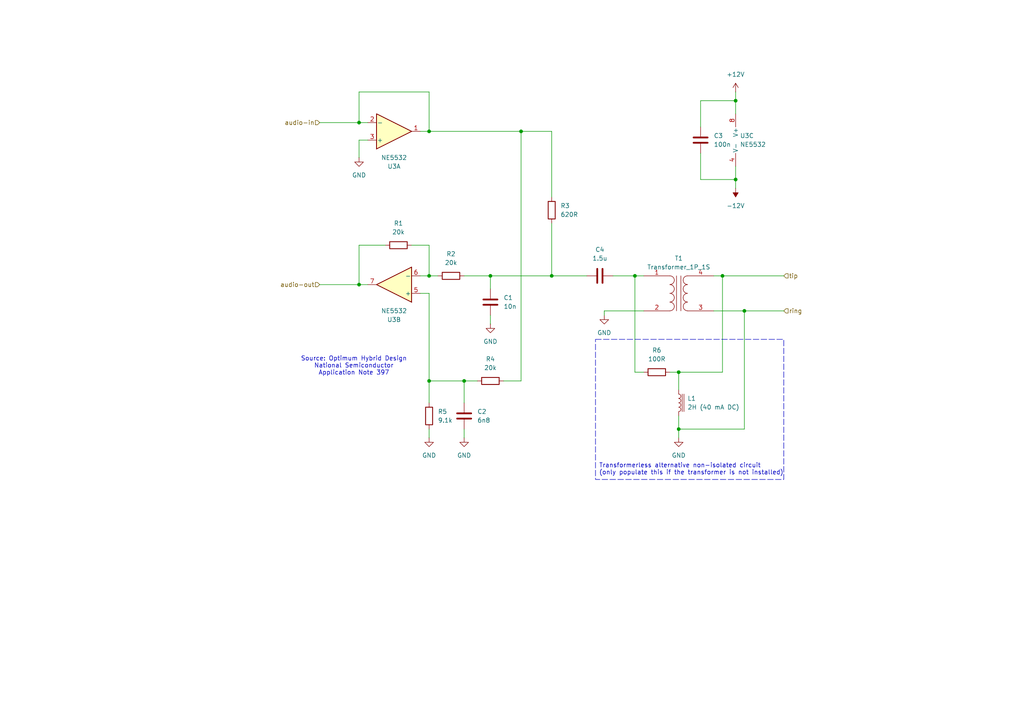
<source format=kicad_sch>
(kicad_sch (version 20231120) (generator "eeschema") (generator_version "8.0")
  (paper "A4")
  (title_block (date "2024-05-25") (company "Switchcraft AS") (comment 1 "Eirik Haustveit"))
  (lib_symbols
    (symbol "Amplifier_Operational:NE5532" (pin_names (offset 0.127))
      (property "Reference" "U" (at 0 5.08 0))
      (property "Value" "NE5532" (at 0 -5.08 0))
      (symbol "NE5532_1_1"
        (polyline (pts (xy -5.08 5.08) (xy 5.08 0) (xy -5.08 -5.08) (xy -5.08 5.08)) (stroke (width 0.254)) (fill (type background)))
        (pin output line (at 7.62 0 180) (length 2.54) (name "~") (number "1"))
        (pin input line (at -7.62 -2.54 0) (length 2.54) (name "-") (number "2"))
        (pin input line (at -7.62 2.54 0) (length 2.54) (name "+") (number "3"))
      )
      (symbol "NE5532_2_1"
        (polyline (pts (xy -5.08 5.08) (xy 5.08 0) (xy -5.08 -5.08) (xy -5.08 5.08)) (stroke (width 0.254)) (fill (type background)))
        (pin input line (at -7.62 2.54 0) (length 2.54) (name "+") (number "5"))
        (pin input line (at -7.62 -2.54 0) (length 2.54) (name "-") (number "6"))
        (pin output line (at 7.62 0 180) (length 2.54) (name "~") (number "7"))
      )
      (symbol "NE5532_3_1"
        (pin power_in line (at -2.54 -7.62 90) (length 3.81) (name "V-") (number "4"))
        (pin power_in line (at -2.54 7.62 270) (length 3.81) (name "V+") (number "8"))
      )
    )
    (symbol "Device:C" (pin_numbers hide) (pin_names (offset 0.254))
      (property "Reference" "C" (at 0.635 2.54 0))
      (property "Value" "C" (at 0.635 -2.54 0))
      (symbol "C_0_1"
        (polyline (pts (xy -2.032 -0.762) (xy 2.032 -0.762)) (stroke (width 0.508)))
        (polyline (pts (xy -2.032 0.762) (xy 2.032 0.762)) (stroke (width 0.508)))
      )
      (symbol "C_1_1"
        (pin passive line (at 0 3.81 270) (length 2.794) (name "~") (number "1"))
        (pin passive line (at 0 -3.81 90) (length 2.794) (name "~") (number "2"))
      )
    )
    (symbol "Device:L_Iron" (pin_numbers hide) (pin_names (offset 1.016) hide)
      (property "Reference" "L" (at -1.27 0 90))
      (property "Value" "L_Iron" (at 2.794 0 90))
      (symbol "L_Iron_0_1"
        (arc (start 0 -2.54) (mid 0.6323 -1.905) (end 0 -1.27))
        (arc (start 0 -1.27) (mid 0.6323 -0.635) (end 0 0))
        (polyline (pts (xy 1.016 2.54) (xy 1.016 -2.54)))
        (polyline (pts (xy 1.524 -2.54) (xy 1.524 2.54)))
        (arc (start 0 0) (mid 0.6323 0.635) (end 0 1.27))
        (arc (start 0 1.27) (mid 0.6323 1.905) (end 0 2.54))
      )
      (symbol "L_Iron_1_1"
        (pin passive line (at 0 3.81 270) (length 1.27) (name "1") (number "1"))
        (pin passive line (at 0 -3.81 90) (length 1.27) (name "2") (number "2"))
      )
    )
    (symbol "Device:R" (pin_numbers hide) (pin_names (offset 0))
      (property "Reference" "R" (at 2.032 0 90))
      (property "Value" "R" (at 0 0 90))
      (symbol "R_0_1"
        (rectangle (start -1.016 -2.54) (end 1.016 2.54) (stroke (width 0.254)))
      )
      (symbol "R_1_1"
        (pin passive line (at 0 3.81 270) (length 1.27) (name "~") (number "1"))
        (pin passive line (at 0 -3.81 90) (length 1.27) (name "~") (number "2"))
      )
    )
    (symbol "Device:Transformer_1P_1S" (pin_names (offset 1.016) hide)
      (property "Reference" "T" (at 0 6.35 0))
      (property "Value" "Transformer_1P_1S" (at 0 -7.62 0))
      (symbol "Transformer_1P_1S_0_1"
        (arc (start -2.54 -5.0546) (mid -1.6599 -4.6901) (end -1.27 -3.81))
        (arc (start -2.54 -2.5146) (mid -1.6599 -2.1501) (end -1.27 -1.27))
        (arc (start -2.54 0.0254) (mid -1.6599 0.3899) (end -1.27 1.27))
        (arc (start -2.54 2.5654) (mid -1.6599 2.9299) (end -1.27 3.81))
        (arc (start -1.27 -3.81) (mid -1.642 -2.912) (end -2.54 -2.54))
        (arc (start -1.27 -1.27) (mid -1.642 -0.372) (end -2.54 0))
        (arc (start -1.27 1.27) (mid -1.642 2.168) (end -2.54 2.54))
        (arc (start -1.27 3.81) (mid -1.642 4.708) (end -2.54 5.08))
        (polyline (pts (xy -0.635 5.08) (xy -0.635 -5.08)))
        (polyline (pts (xy 0.635 -5.08) (xy 0.635 5.08)))
        (arc (start 1.2954 -1.27) (mid 1.6599 -2.1501) (end 2.54 -2.5146))
        (arc (start 1.2954 1.27) (mid 1.6599 0.3899) (end 2.54 0.0254))
        (arc (start 1.2954 3.81) (mid 1.6599 2.9299) (end 2.54 2.5654))
        (arc (start 1.3208 -3.81) (mid 1.6853 -4.6901) (end 2.5654 -5.0546))
        (arc (start 2.54 0) (mid 1.642 -0.372) (end 1.2954 -1.27))
        (arc (start 2.54 2.54) (mid 1.642 2.168) (end 1.2954 1.27))
        (arc (start 2.54 5.08) (mid 1.642 4.708) (end 1.2954 3.81))
        (arc (start 2.5654 -2.54) (mid 1.6674 -2.912) (end 1.3208 -3.81))
      )
      (symbol "Transformer_1P_1S_1_1"
        (pin passive line (at -10.16 5.08 0) (length 7.62) (name "AA") (number "1"))
        (pin passive line (at -10.16 -5.08 0) (length 7.62) (name "AB") (number "2"))
        (pin passive line (at 10.16 -5.08 180) (length 7.62) (name "SA") (number "3"))
        (pin passive line (at 10.16 5.08 180) (length 7.62) (name "SB") (number "4"))
      )
    )
    (symbol "power:+12V" (power) (pin_numbers hide) (pin_names (offset 0) hide)
      (property "Value" "+12V" (at 0 3.556 0))
      (symbol "+12V_0_1"
        (polyline (pts (xy -0.762 1.27) (xy 0 2.54)))
        (polyline (pts (xy 0 0) (xy 0 2.54)))
        (polyline (pts (xy 0 2.54) (xy 0.762 1.27)))
      )
      (symbol "+12V_1_1"
        (pin power_in line (at 0 0 90) (length 0) (name "~") (number "1"))
      )
    )
    (symbol "power:-12V" (power) (pin_numbers hide) (pin_names (offset 0) hide)
      (property "Value" "-12V" (at 0 3.556 0))
      (symbol "-12V_0_0"
        (pin power_in line (at 0 0 90) (length 0) (name "~") (number "1"))
      )
      (symbol "-12V_0_1"
        (polyline (pts (xy 0 0) (xy 0 1.27) (xy 0.762 1.27) (xy 0 2.54) (xy -0.762 1.27) (xy 0 1.27)) (fill (type outline)))
      )
    )
    (symbol "power:GND" (power) (pin_numbers hide) (pin_names (offset 0) hide)
      (property "Value" "GND" (at 0 -3.81 0))
      (symbol "GND_0_1"
        (polyline (pts (xy 0 0) (xy 0 -1.27) (xy 1.27 -1.27) (xy 0 -2.54) (xy -1.27 -1.27) (xy 0 -1.27)))
      )
      (symbol "GND_1_1"
        (pin power_in line (at 0 0 270) (length 0) (name "~") (number "1"))
      )
    )
  )
  (junction (at 209.55 80.01))
  (junction (at 196.85 124.46))
  (junction (at 184.15 80.01))
  (junction (at 160.02 80.01))
  (junction (at 124.46 80.01))
  (junction (at 215.9 90.17))
  (junction (at 104.14 82.55))
  (junction (at 213.36 29.21))
  (junction (at 104.14 35.56))
  (junction (at 124.46 38.1))
  (junction (at 124.46 110.49))
  (junction (at 142.24 80.01))
  (junction (at 151.13 38.1))
  (junction (at 196.85 107.95))
  (junction (at 134.62 110.49))
  (junction (at 213.36 52.07))
  (wire (pts (xy 186.69 90.17) (xy 175.26 90.17)))
  (wire (pts (xy 124.46 38.1) (xy 124.46 26.67)))
  (wire (pts (xy 203.2 29.21) (xy 213.36 29.21)))
  (wire (pts (xy 207.01 80.01) (xy 209.55 80.01)))
  (wire (pts (xy 213.36 52.07) (xy 213.36 54.61)))
  (wire (pts (xy 160.02 80.01) (xy 170.18 80.01)))
  (wire (pts (xy 134.62 110.49) (xy 138.43 110.49)))
  (wire (pts (xy 142.24 80.01) (xy 142.24 83.82)))
  (wire (pts (xy 213.36 26.67) (xy 213.36 29.21)))
  (wire (pts (xy 124.46 38.1) (xy 151.13 38.1)))
  (wire (pts (xy 134.62 80.01) (xy 142.24 80.01)))
  (wire (pts (xy 177.8 80.01) (xy 184.15 80.01)))
  (wire (pts (xy 194.31 107.95) (xy 196.85 107.95)))
  (wire (pts (xy 151.13 38.1) (xy 151.13 110.49)))
  (wire (pts (xy 196.85 124.46) (xy 215.9 124.46)))
  (wire (pts (xy 124.46 124.46) (xy 124.46 127)))
  (wire (pts (xy 104.14 26.67) (xy 104.14 35.56)))
  (wire (pts (xy 203.2 36.83) (xy 203.2 29.21)))
  (wire (pts (xy 111.76 71.12) (xy 104.14 71.12)))
  (wire (pts (xy 146.05 110.49) (xy 151.13 110.49)))
  (wire (pts (xy 209.55 80.01) (xy 227.33 80.01)))
  (wire (pts (xy 124.46 26.67) (xy 104.14 26.67)))
  (wire (pts (xy 184.15 80.01) (xy 186.69 80.01)))
  (wire (pts (xy 142.24 91.44) (xy 142.24 93.98)))
  (wire (pts (xy 104.14 71.12) (xy 104.14 82.55)))
  (wire (pts (xy 104.14 35.56) (xy 106.68 35.56)))
  (wire (pts (xy 209.55 80.01) (xy 209.55 107.95)))
  (wire (pts (xy 142.24 80.01) (xy 160.02 80.01)))
  (wire (pts (xy 104.14 40.64) (xy 104.14 45.72)))
  (wire (pts (xy 92.71 82.55) (xy 104.14 82.55)))
  (wire (pts (xy 215.9 90.17) (xy 227.33 90.17)))
  (wire (pts (xy 186.69 107.95) (xy 184.15 107.95)))
  (wire (pts (xy 213.36 52.07) (xy 213.36 48.26)))
  (wire (pts (xy 134.62 124.46) (xy 134.62 127)))
  (wire (pts (xy 106.68 40.64) (xy 104.14 40.64)))
  (wire (pts (xy 184.15 80.01) (xy 184.15 107.95)))
  (wire (pts (xy 104.14 82.55) (xy 106.68 82.55)))
  (wire (pts (xy 124.46 85.09) (xy 124.46 110.49)))
  (wire (pts (xy 160.02 57.15) (xy 160.02 38.1)))
  (wire (pts (xy 121.92 38.1) (xy 124.46 38.1)))
  (wire (pts (xy 121.92 80.01) (xy 124.46 80.01)))
  (wire (pts (xy 196.85 124.46) (xy 196.85 127)))
  (wire (pts (xy 203.2 52.07) (xy 213.36 52.07)))
  (wire (pts (xy 203.2 44.45) (xy 203.2 52.07)))
  (wire (pts (xy 124.46 110.49) (xy 124.46 116.84)))
  (wire (pts (xy 121.92 85.09) (xy 124.46 85.09)))
  (wire (pts (xy 119.38 71.12) (xy 124.46 71.12)))
  (wire (pts (xy 175.26 90.17) (xy 175.26 91.44)))
  (wire (pts (xy 124.46 71.12) (xy 124.46 80.01)))
  (wire (pts (xy 196.85 107.95) (xy 209.55 107.95)))
  (wire (pts (xy 215.9 124.46) (xy 215.9 90.17)))
  (wire (pts (xy 92.71 35.56) (xy 104.14 35.56)))
  (wire (pts (xy 160.02 64.77) (xy 160.02 80.01)))
  (wire (pts (xy 213.36 29.21) (xy 213.36 33.02)))
  (wire (pts (xy 207.01 90.17) (xy 215.9 90.17)))
  (wire (pts (xy 134.62 110.49) (xy 134.62 116.84)))
  (wire (pts (xy 160.02 38.1) (xy 151.13 38.1)))
  (wire (pts (xy 124.46 110.49) (xy 134.62 110.49)))
  (wire (pts (xy 196.85 120.65) (xy 196.85 124.46)))
  (wire (pts (xy 196.85 107.95) (xy 196.85 113.03)))
  (wire (pts (xy 124.46 80.01) (xy 127 80.01)))
  (rectangle (start 172.72 98.425) (end 227.33 139.065) (stroke (width 0) (type dash)))
  (text "Source: Optimum Hybrid Design \nNational Semiconductor \nApplication Note 397 " (at 103.124 106.172 0) (effects (font (size 1.27 1.27))))
  (text "Transformerless alternative non-isolated circuit\n(only populate this if the transformer is not installed)" (at 173.736 136.144 0) (effects (font (size 1.27 1.27)) (justify left)))
  (hierarchical_label "ring" (shape input) (at 227.33 90.17 0))
  (hierarchical_label "audio-out" (shape input) (at 92.71 82.55 180))
  (hierarchical_label "tip" (shape input) (at 227.33 80.01 0))
  (hierarchical_label "audio-in" (shape input) (at 92.71 35.56 180))
  (symbol (lib_id "power:GND") (at 124.46 127 0) (unit 1)
    (property "Reference" "#PWR014" (effects (hide yes)))
    (property "Value" "GND" (at 124.46 132.08 0))
    (property "Description" "Power symbol creates a global label with name \"GND\" , ground" (effects (hide yes)))
  )
  (symbol (lib_id "Device:R") (at 142.24 110.49 270) (unit 1)
    (property "Reference" "R4" (at 142.24 104.14 90))
    (property "Value" "20k" (at 142.24 106.68 90))
    (property "Description" "Resistor" (effects (hide yes)))
  )
  (symbol (lib_id "power:GND") (at 175.26 91.44 0) (unit 1)
    (property "Reference" "#PWR011" (effects (hide yes)))
    (property "Value" "GND" (at 175.26 96.52 0))
    (property "Description" "Power symbol creates a global label with name \"GND\" , ground" (effects (hide yes)))
  )
  (symbol (lib_id "power:+12V") (at 213.36 26.67 0) (unit 1)
    (property "Reference" "#PWR016" (effects (hide yes)))
    (property "Value" "+12V" (at 213.36 21.59 0))
    (property "Description" "Power symbol creates a global label with name \"+12V\"" (effects (hide yes)))
  )
  (symbol (lib_id "Device:C") (at 142.24 87.63 0) (unit 1)
    (property "Reference" "C1" (at 146.05 86.3599 0) (effects (justify left)))
    (property "Value" "10n" (at 146.05 88.8999 0) (effects (justify left)))
    (property "Description" "Unpolarized capacitor" (effects (hide yes)))
  )
  (symbol (lib_id "power:GND") (at 134.62 127 0) (unit 1)
    (property "Reference" "#PWR013" (effects (hide yes)))
    (property "Value" "GND" (at 134.62 132.08 0))
    (property "Description" "Power symbol creates a global label with name \"GND\" , ground" (effects (hide yes)))
  )
  (symbol (lib_id "power:-12V") (at 213.36 54.61 180) (unit 1)
    (property "Reference" "#PWR015" (effects (hide yes)))
    (property "Value" "-12V" (at 213.36 59.69 0))
    (property "Description" "Power symbol creates a global label with name \"-12V\"" (effects (hide yes)))
  )
  (symbol (lib_id "Device:R") (at 124.46 120.65 180) (unit 1)
    (property "Reference" "R5" (at 127 119.3799 0) (effects (justify right)))
    (property "Value" "9.1k" (at 127 121.9199 0) (effects (justify right)))
    (property "Description" "Resistor" (effects (hide yes)))
  )
  (symbol (lib_id "Amplifier_Operational:NE5532") (at 215.9 40.64 0) (unit 3)
    (property "Reference" "U3" (at 214.63 39.3699 0) (effects (justify left)))
    (property "Value" "NE5532" (at 214.63 41.9099 0) (effects (justify left)))
    (property "Datasheet" "http://www.ti.com/lit/ds/symlink/ne5532.pdf" (effects (hide yes)))
    (property "Description" "Dual Low-Noise Operational Amplifiers, DIP-8/SOIC-8" (effects (hide yes)))
  )
  (symbol (lib_id "power:GND") (at 196.85 127 0) (unit 1)
    (property "Reference" "#PWR017" (effects (hide yes)))
    (property "Value" "GND" (at 196.85 132.08 0))
    (property "Description" "Power symbol creates a global label with name \"GND\" , ground" (effects (hide yes)))
  )
  (symbol (lib_id "Device:R") (at 190.5 107.95 90) (unit 1)
    (property "Reference" "R6" (at 190.5 101.6 90))
    (property "Value" "100R" (at 190.5 104.14 90))
    (property "Description" "Resistor" (effects (hide yes)))
  )
  (symbol (lib_id "Device:R") (at 160.02 60.96 180) (unit 1)
    (property "Reference" "R3" (at 162.56 59.6899 0) (effects (justify right)))
    (property "Value" "620R" (at 162.56 62.2299 0) (effects (justify right)))
    (property "Description" "Resistor" (effects (hide yes)))
  )
  (symbol (lib_id "Amplifier_Operational:NE5532") (at 114.3 82.55 180) (unit 2)
    (property "Reference" "U3" (at 114.3 92.71 0))
    (property "Value" "NE5532" (at 114.3 90.17 0))
    (property "Datasheet" "http://www.ti.com/lit/ds/symlink/ne5532.pdf" (effects (hide yes)))
    (property "Description" "Dual Low-Noise Operational Amplifiers, DIP-8/SOIC-8" (effects (hide yes)))
  )
  (symbol (lib_id "power:GND") (at 142.24 93.98 0) (unit 1)
    (property "Reference" "#PWR012" (effects (hide yes)))
    (property "Value" "GND" (at 142.24 99.06 0))
    (property "Description" "Power symbol creates a global label with name \"GND\" , ground" (effects (hide yes)))
  )
  (symbol (lib_id "Device:Transformer_1P_1S") (at 196.85 85.09 0) (unit 1)
    (property "Reference" "T1" (at 196.8627 74.93 0))
    (property "Value" "Transformer_1P_1S" (at 196.8627 77.47 0))
    (property "Description" "Transformer, single primary, single secondary" (effects (hide yes)))
  )
  (symbol (lib_id "Amplifier_Operational:NE5532") (at 114.3 38.1 0) (mirror x) (unit 1)
    (property "Reference" "U3" (at 114.3 48.26 0))
    (property "Value" "NE5532" (at 114.3 45.72 0))
    (property "Datasheet" "http://www.ti.com/lit/ds/symlink/ne5532.pdf" (effects (hide yes)))
    (property "Description" "Dual Low-Noise Operational Amplifiers, DIP-8/SOIC-8" (effects (hide yes)))
  )
  (symbol (lib_id "Device:R") (at 115.57 71.12 90) (unit 1)
    (property "Reference" "R1" (at 115.57 64.77 90))
    (property "Value" "20k" (at 115.57 67.31 90))
    (property "Description" "Resistor" (effects (hide yes)))
  )
  (symbol (lib_id "Device:C") (at 173.99 80.01 90) (unit 1)
    (property "Reference" "C4" (at 173.99 72.39 90))
    (property "Value" "1.5u" (at 173.99 74.93 90))
    (property "Description" "Unpolarized capacitor" (effects (hide yes)))
  )
  (symbol (lib_id "Device:C") (at 134.62 120.65 0) (unit 1)
    (property "Reference" "C2" (at 138.43 119.3799 0) (effects (justify left)))
    (property "Value" "6n8" (at 138.43 121.9199 0) (effects (justify left)))
    (property "Description" "Unpolarized capacitor" (effects (hide yes)))
  )
  (symbol (lib_id "Device:R") (at 130.81 80.01 90) (unit 1)
    (property "Reference" "R2" (at 130.81 73.66 90))
    (property "Value" "20k" (at 130.81 76.2 90))
    (property "Description" "Resistor" (effects (hide yes)))
  )
  (symbol (lib_id "Device:C") (at 203.2 40.64 0) (unit 1)
    (property "Reference" "C3" (at 207.01 39.3699 0) (effects (justify left)))
    (property "Value" "100n" (at 207.01 41.9099 0) (effects (justify left)))
    (property "Description" "Unpolarized capacitor" (effects (hide yes)))
  )
  (symbol (lib_id "Device:L_Iron") (at 196.85 116.84 0) (unit 1)
    (property "Reference" "L1" (at 199.39 115.5699 0) (effects (justify left)))
    (property "Value" "2H (40 mA DC)" (at 199.39 118.1099 0) (effects (justify left)))
    (property "Description" "Inductor with iron core" (effects (hide yes)))
  )
  (symbol (lib_id "power:GND") (at 104.14 45.72 0) (unit 1)
    (property "Reference" "#PWR010" (effects (hide yes)))
    (property "Value" "GND" (at 104.14 50.8 0))
    (property "Description" "Power symbol creates a global label with name \"GND\" , ground" (effects (hide yes)))
  )
)
</source>
